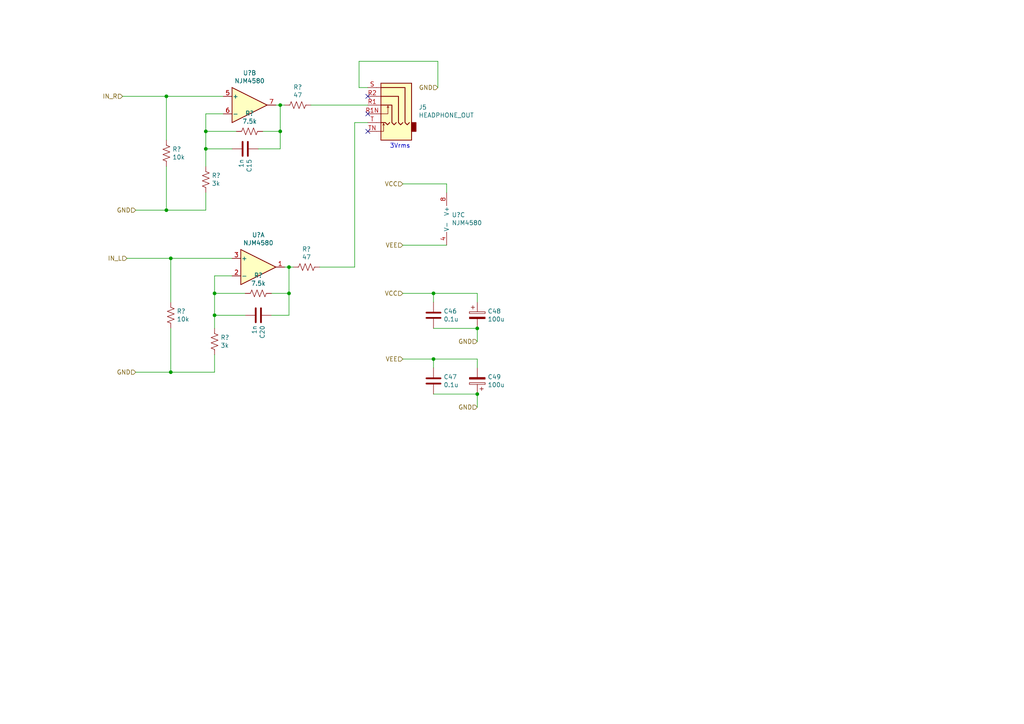
<source format=kicad_sch>
(kicad_sch (version 20230121) (generator eeschema)

  (uuid 47ef7784-32c5-4c44-8ece-d927c0d9852c)

  (paper "A4")

  (lib_symbols
    (symbol "Amplifier_Operational:NJM4580" (pin_names (offset 0.127)) (in_bom yes) (on_board yes)
      (property "Reference" "U" (at 0 5.08 0)
        (effects (font (size 1.27 1.27)) (justify left))
      )
      (property "Value" "NJM4580" (at 0 -5.08 0)
        (effects (font (size 1.27 1.27)) (justify left))
      )
      (property "Footprint" "" (at 0 0 0)
        (effects (font (size 1.27 1.27)) hide)
      )
      (property "Datasheet" "http://www.njr.com/semicon/PDF/NJM4580_E.pdf" (at 0 0 0)
        (effects (font (size 1.27 1.27)) hide)
      )
      (property "ki_locked" "" (at 0 0 0)
        (effects (font (size 1.27 1.27)))
      )
      (property "ki_keywords" "dual opamp" (at 0 0 0)
        (effects (font (size 1.27 1.27)) hide)
      )
      (property "ki_description" "Dual Operational Amplifier, DIP-8/DMP-8/SIP-8/MSOP-8/SOP-8/SSOP-8" (at 0 0 0)
        (effects (font (size 1.27 1.27)) hide)
      )
      (property "ki_fp_filters" "SOIC*3.9x4.9mm*P1.27mm* DIP*W7.62mm* TO*99* OnSemi*Micro8* TSSOP*3x3mm*P0.65mm* TSSOP*4.4x3mm*P0.65mm* MSOP*3x3mm*P0.65mm* SSOP*3.9x4.9mm*P0.635mm* LFCSP*2x2mm*P0.5mm* *SIP* SOIC*5.3x6.2mm*P1.27mm*" (at 0 0 0)
        (effects (font (size 1.27 1.27)) hide)
      )
      (symbol "NJM4580_1_1"
        (polyline
          (pts
            (xy -5.08 5.08)
            (xy 5.08 0)
            (xy -5.08 -5.08)
            (xy -5.08 5.08)
          )
          (stroke (width 0.254) (type default))
          (fill (type background))
        )
        (pin output line (at 7.62 0 180) (length 2.54)
          (name "~" (effects (font (size 1.27 1.27))))
          (number "1" (effects (font (size 1.27 1.27))))
        )
        (pin input line (at -7.62 -2.54 0) (length 2.54)
          (name "-" (effects (font (size 1.27 1.27))))
          (number "2" (effects (font (size 1.27 1.27))))
        )
        (pin input line (at -7.62 2.54 0) (length 2.54)
          (name "+" (effects (font (size 1.27 1.27))))
          (number "3" (effects (font (size 1.27 1.27))))
        )
      )
      (symbol "NJM4580_2_1"
        (polyline
          (pts
            (xy -5.08 5.08)
            (xy 5.08 0)
            (xy -5.08 -5.08)
            (xy -5.08 5.08)
          )
          (stroke (width 0.254) (type default))
          (fill (type background))
        )
        (pin input line (at -7.62 2.54 0) (length 2.54)
          (name "+" (effects (font (size 1.27 1.27))))
          (number "5" (effects (font (size 1.27 1.27))))
        )
        (pin input line (at -7.62 -2.54 0) (length 2.54)
          (name "-" (effects (font (size 1.27 1.27))))
          (number "6" (effects (font (size 1.27 1.27))))
        )
        (pin output line (at 7.62 0 180) (length 2.54)
          (name "~" (effects (font (size 1.27 1.27))))
          (number "7" (effects (font (size 1.27 1.27))))
        )
      )
      (symbol "NJM4580_3_1"
        (pin power_in line (at -2.54 -7.62 90) (length 3.81)
          (name "V-" (effects (font (size 1.27 1.27))))
          (number "4" (effects (font (size 1.27 1.27))))
        )
        (pin power_in line (at -2.54 7.62 270) (length 3.81)
          (name "V+" (effects (font (size 1.27 1.27))))
          (number "8" (effects (font (size 1.27 1.27))))
        )
      )
    )
    (symbol "Device:C" (pin_numbers hide) (pin_names (offset 0.254)) (in_bom yes) (on_board yes)
      (property "Reference" "C" (at 0.635 2.54 0)
        (effects (font (size 1.27 1.27)) (justify left))
      )
      (property "Value" "C" (at 0.635 -2.54 0)
        (effects (font (size 1.27 1.27)) (justify left))
      )
      (property "Footprint" "" (at 0.9652 -3.81 0)
        (effects (font (size 1.27 1.27)) hide)
      )
      (property "Datasheet" "~" (at 0 0 0)
        (effects (font (size 1.27 1.27)) hide)
      )
      (property "ki_keywords" "cap capacitor" (at 0 0 0)
        (effects (font (size 1.27 1.27)) hide)
      )
      (property "ki_description" "Unpolarized capacitor" (at 0 0 0)
        (effects (font (size 1.27 1.27)) hide)
      )
      (property "ki_fp_filters" "C_*" (at 0 0 0)
        (effects (font (size 1.27 1.27)) hide)
      )
      (symbol "C_0_1"
        (polyline
          (pts
            (xy -2.032 -0.762)
            (xy 2.032 -0.762)
          )
          (stroke (width 0.508) (type default))
          (fill (type none))
        )
        (polyline
          (pts
            (xy -2.032 0.762)
            (xy 2.032 0.762)
          )
          (stroke (width 0.508) (type default))
          (fill (type none))
        )
      )
      (symbol "C_1_1"
        (pin passive line (at 0 3.81 270) (length 2.794)
          (name "~" (effects (font (size 1.27 1.27))))
          (number "1" (effects (font (size 1.27 1.27))))
        )
        (pin passive line (at 0 -3.81 90) (length 2.794)
          (name "~" (effects (font (size 1.27 1.27))))
          (number "2" (effects (font (size 1.27 1.27))))
        )
      )
    )
    (symbol "Device:R_US" (pin_numbers hide) (pin_names (offset 0)) (in_bom yes) (on_board yes)
      (property "Reference" "R" (at 2.54 0 90)
        (effects (font (size 1.27 1.27)))
      )
      (property "Value" "R_US" (at -2.54 0 90)
        (effects (font (size 1.27 1.27)))
      )
      (property "Footprint" "" (at 1.016 -0.254 90)
        (effects (font (size 1.27 1.27)) hide)
      )
      (property "Datasheet" "~" (at 0 0 0)
        (effects (font (size 1.27 1.27)) hide)
      )
      (property "ki_keywords" "R res resistor" (at 0 0 0)
        (effects (font (size 1.27 1.27)) hide)
      )
      (property "ki_description" "Resistor, US symbol" (at 0 0 0)
        (effects (font (size 1.27 1.27)) hide)
      )
      (property "ki_fp_filters" "R_*" (at 0 0 0)
        (effects (font (size 1.27 1.27)) hide)
      )
      (symbol "R_US_0_1"
        (polyline
          (pts
            (xy 0 -2.286)
            (xy 0 -2.54)
          )
          (stroke (width 0) (type default))
          (fill (type none))
        )
        (polyline
          (pts
            (xy 0 2.286)
            (xy 0 2.54)
          )
          (stroke (width 0) (type default))
          (fill (type none))
        )
        (polyline
          (pts
            (xy 0 -0.762)
            (xy 1.016 -1.143)
            (xy 0 -1.524)
            (xy -1.016 -1.905)
            (xy 0 -2.286)
          )
          (stroke (width 0) (type default))
          (fill (type none))
        )
        (polyline
          (pts
            (xy 0 0.762)
            (xy 1.016 0.381)
            (xy 0 0)
            (xy -1.016 -0.381)
            (xy 0 -0.762)
          )
          (stroke (width 0) (type default))
          (fill (type none))
        )
        (polyline
          (pts
            (xy 0 2.286)
            (xy 1.016 1.905)
            (xy 0 1.524)
            (xy -1.016 1.143)
            (xy 0 0.762)
          )
          (stroke (width 0) (type default))
          (fill (type none))
        )
      )
      (symbol "R_US_1_1"
        (pin passive line (at 0 3.81 270) (length 1.27)
          (name "~" (effects (font (size 1.27 1.27))))
          (number "1" (effects (font (size 1.27 1.27))))
        )
        (pin passive line (at 0 -3.81 90) (length 1.27)
          (name "~" (effects (font (size 1.27 1.27))))
          (number "2" (effects (font (size 1.27 1.27))))
        )
      )
    )
    (symbol "usbdac-rescue:AudioJack4_SwitchTR1-Connector" (in_bom yes) (on_board yes)
      (property "Reference" "J" (at 0 11.43 0)
        (effects (font (size 1.27 1.27)))
      )
      (property "Value" "Connector_AudioJack4_SwitchTR1" (at 0 8.89 0)
        (effects (font (size 1.27 1.27)))
      )
      (property "Footprint" "" (at -1.27 0 0)
        (effects (font (size 1.27 1.27)) hide)
      )
      (property "Datasheet" "" (at -1.27 0 0)
        (effects (font (size 1.27 1.27)) hide)
      )
      (property "ki_fp_filters" "Jack*" (at 0 0 0)
        (effects (font (size 1.27 1.27)) hide)
      )
      (symbol "AudioJack4_SwitchTR1-Connector_0_1"
        (rectangle (start -7.62 -5.08) (end -8.89 -7.62)
          (stroke (width 0.254) (type solid))
          (fill (type outline))
        )
        (polyline
          (pts
            (xy 1.27 -5.08)
            (xy 2.54 -5.08)
          )
          (stroke (width 0) (type solid))
          (fill (type none))
        )
        (polyline
          (pts
            (xy 1.27 2.54)
            (xy 2.54 2.54)
          )
          (stroke (width 0) (type solid))
          (fill (type none))
        )
        (polyline
          (pts
            (xy 2.54 0)
            (xy 1.27 0)
          )
          (stroke (width 0) (type solid))
          (fill (type none))
        )
        (polyline
          (pts
            (xy 2.54 5.08)
            (xy 1.27 5.08)
          )
          (stroke (width 0) (type solid))
          (fill (type none))
        )
        (rectangle (start 1.27 6.35) (end -7.62 -10.16)
          (stroke (width 0.254) (type solid))
          (fill (type background))
        )
      )
      (symbol "AudioJack4_SwitchTR1-Connector_1_1"
        (polyline
          (pts
            (xy -0.762 -0.254)
            (xy -0.508 -0.762)
          )
          (stroke (width 0) (type solid))
          (fill (type none))
        )
        (polyline
          (pts
            (xy 0.508 -5.334)
            (xy 0.762 -5.842)
          )
          (stroke (width 0) (type solid))
          (fill (type none))
        )
        (polyline
          (pts
            (xy -1.27 -5.08)
            (xy -0.635 -5.715)
            (xy 0 -5.08)
            (xy 1.27 -5.08)
          )
          (stroke (width 0.254) (type solid))
          (fill (type none))
        )
        (polyline
          (pts
            (xy 2.54 -7.62)
            (xy 0.508 -7.62)
            (xy 0.508 -5.334)
            (xy 0.254 -5.842)
          )
          (stroke (width 0) (type solid))
          (fill (type none))
        )
        (polyline
          (pts
            (xy 2.54 -2.54)
            (xy -0.762 -2.54)
            (xy -0.762 -0.254)
            (xy -1.016 -0.762)
          )
          (stroke (width 0) (type solid))
          (fill (type none))
        )
        (polyline
          (pts
            (xy -3.175 -5.08)
            (xy -2.54 -5.715)
            (xy -1.905 -5.08)
            (xy -1.905 0)
            (xy 1.27 0)
          )
          (stroke (width 0.254) (type solid))
          (fill (type none))
        )
        (polyline
          (pts
            (xy 1.27 2.54)
            (xy -3.81 2.54)
            (xy -3.81 -5.08)
            (xy -4.445 -5.715)
            (xy -5.08 -5.08)
          )
          (stroke (width 0.254) (type solid))
          (fill (type none))
        )
        (polyline
          (pts
            (xy 1.27 5.08)
            (xy -5.715 5.08)
            (xy -5.715 -5.08)
            (xy -6.35 -5.715)
            (xy -6.985 -5.08)
          )
          (stroke (width 0.254) (type solid))
          (fill (type none))
        )
        (pin passive line (at 5.08 0 180) (length 2.54)
          (name "~" (effects (font (size 1.27 1.27))))
          (number "R1" (effects (font (size 1.27 1.27))))
        )
        (pin passive line (at 5.08 -2.54 180) (length 2.54)
          (name "~" (effects (font (size 1.27 1.27))))
          (number "R1N" (effects (font (size 1.27 1.27))))
        )
        (pin passive line (at 5.08 2.54 180) (length 2.54)
          (name "~" (effects (font (size 1.27 1.27))))
          (number "R2" (effects (font (size 1.27 1.27))))
        )
        (pin passive line (at 5.08 5.08 180) (length 2.54)
          (name "~" (effects (font (size 1.27 1.27))))
          (number "S" (effects (font (size 1.27 1.27))))
        )
        (pin passive line (at 5.08 -5.08 180) (length 2.54)
          (name "~" (effects (font (size 1.27 1.27))))
          (number "T" (effects (font (size 1.27 1.27))))
        )
        (pin passive line (at 5.08 -7.62 180) (length 2.54)
          (name "~" (effects (font (size 1.27 1.27))))
          (number "TN" (effects (font (size 1.27 1.27))))
        )
      )
    )
    (symbol "usbdac-rescue:CP-Device" (pin_numbers hide) (pin_names (offset 0.254)) (in_bom yes) (on_board yes)
      (property "Reference" "C" (at 0.635 2.54 0)
        (effects (font (size 1.27 1.27)) (justify left))
      )
      (property "Value" "Device_CP" (at 0.635 -2.54 0)
        (effects (font (size 1.27 1.27)) (justify left))
      )
      (property "Footprint" "" (at 0.9652 -3.81 0)
        (effects (font (size 1.27 1.27)) hide)
      )
      (property "Datasheet" "" (at 0 0 0)
        (effects (font (size 1.27 1.27)) hide)
      )
      (property "ki_fp_filters" "CP_*" (at 0 0 0)
        (effects (font (size 1.27 1.27)) hide)
      )
      (symbol "CP-Device_0_1"
        (rectangle (start -2.286 0.508) (end 2.286 1.016)
          (stroke (width 0) (type solid))
          (fill (type none))
        )
        (polyline
          (pts
            (xy -1.778 2.286)
            (xy -0.762 2.286)
          )
          (stroke (width 0) (type solid))
          (fill (type none))
        )
        (polyline
          (pts
            (xy -1.27 2.794)
            (xy -1.27 1.778)
          )
          (stroke (width 0) (type solid))
          (fill (type none))
        )
        (rectangle (start 2.286 -0.508) (end -2.286 -1.016)
          (stroke (width 0) (type solid))
          (fill (type outline))
        )
      )
      (symbol "CP-Device_1_1"
        (pin passive line (at 0 3.81 270) (length 2.794)
          (name "~" (effects (font (size 1.27 1.27))))
          (number "1" (effects (font (size 1.27 1.27))))
        )
        (pin passive line (at 0 -3.81 90) (length 2.794)
          (name "~" (effects (font (size 1.27 1.27))))
          (number "2" (effects (font (size 1.27 1.27))))
        )
      )
    )
  )

  (junction (at 83.82 85.09) (diameter 0) (color 0 0 0 0)
    (uuid 09b723db-9f82-4d79-9c78-8092d2ae0fbe)
  )
  (junction (at 138.43 95.25) (diameter 0) (color 0 0 0 0)
    (uuid 2dfc60ed-6d57-4c5d-a760-30c26175ca9f)
  )
  (junction (at 81.28 30.48) (diameter 0) (color 0 0 0 0)
    (uuid 33f879ff-7e39-49f7-9956-a33a3c5fce0c)
  )
  (junction (at 62.23 91.44) (diameter 0) (color 0 0 0 0)
    (uuid 4ccb9ced-7b17-40d0-b4b1-fd7b7784d644)
  )
  (junction (at 49.53 107.95) (diameter 0) (color 0 0 0 0)
    (uuid 5212e4dd-3f11-4bb9-b911-2b6fcbc7b15b)
  )
  (junction (at 59.69 43.18) (diameter 0) (color 0 0 0 0)
    (uuid 7674385c-fe4b-4acf-bee8-a5c740bf97b2)
  )
  (junction (at 83.82 77.47) (diameter 0) (color 0 0 0 0)
    (uuid 82fb6cea-41ac-400f-929c-62a9a7573296)
  )
  (junction (at 48.26 27.94) (diameter 0) (color 0 0 0 0)
    (uuid 93ff255a-bf6a-4c80-b226-5981b87fbfe6)
  )
  (junction (at 125.73 104.14) (diameter 0) (color 0 0 0 0)
    (uuid b375aeef-f2e6-4634-b4c2-2b902de27455)
  )
  (junction (at 81.28 38.1) (diameter 0) (color 0 0 0 0)
    (uuid b3bd70f1-6507-4f99-bb72-cdfcb40c7bfb)
  )
  (junction (at 48.26 60.96) (diameter 0) (color 0 0 0 0)
    (uuid baf204d3-f85f-44a5-9c36-df44e1aef50d)
  )
  (junction (at 62.23 85.09) (diameter 0) (color 0 0 0 0)
    (uuid c1768362-77a6-45d3-92da-e72bdd5660b5)
  )
  (junction (at 125.73 85.09) (diameter 0) (color 0 0 0 0)
    (uuid e661e4b9-eb00-47dc-8658-d8039efcf739)
  )
  (junction (at 59.69 38.1) (diameter 0) (color 0 0 0 0)
    (uuid eba0863a-956f-4bb9-9a80-dc5d9748f988)
  )
  (junction (at 138.43 114.3) (diameter 0) (color 0 0 0 0)
    (uuid ef98fa16-1e87-4eed-a333-325e6d9ec06e)
  )
  (junction (at 49.53 74.93) (diameter 0) (color 0 0 0 0)
    (uuid fd4bf553-27e8-45de-ae78-bc33473c3fbb)
  )

  (no_connect (at 106.68 27.94) (uuid 3c1624b7-437c-47d2-a43e-c9f7fd093daf))
  (no_connect (at 106.68 33.02) (uuid 997f7670-3073-4643-a8eb-76cb26b8ad10))
  (no_connect (at 106.68 38.1) (uuid d2f27e3b-bd03-43c1-960e-6302a41a5d38))

  (wire (pts (xy 48.26 48.26) (xy 48.26 60.96))
    (stroke (width 0) (type default))
    (uuid 01176ba4-0a7e-4f75-9fa1-616469daa238)
  )
  (wire (pts (xy 82.55 77.47) (xy 83.82 77.47))
    (stroke (width 0) (type default))
    (uuid 03f8a618-0f0d-4fb9-bcf2-4838e6614fd2)
  )
  (wire (pts (xy 125.73 114.3) (xy 138.43 114.3))
    (stroke (width 0) (type default))
    (uuid 069a6e51-78b2-4f33-87ac-4006e67c03c3)
  )
  (wire (pts (xy 81.28 30.48) (xy 81.28 38.1))
    (stroke (width 0) (type default))
    (uuid 0d9a58bb-ba7e-4abf-aba6-19192d3cac99)
  )
  (wire (pts (xy 48.26 60.96) (xy 59.69 60.96))
    (stroke (width 0) (type default))
    (uuid 0e29ca4e-1ff4-4f5c-86a3-f7ed0d7f4feb)
  )
  (wire (pts (xy 74.93 43.18) (xy 81.28 43.18))
    (stroke (width 0) (type default))
    (uuid 122631ff-bac5-41c6-9c7a-79a0bd06ac90)
  )
  (wire (pts (xy 125.73 104.14) (xy 138.43 104.14))
    (stroke (width 0) (type default))
    (uuid 15e439fd-9d95-4ad5-942b-13999e95765b)
  )
  (wire (pts (xy 138.43 104.14) (xy 138.43 106.68))
    (stroke (width 0) (type default))
    (uuid 1913f02f-fba4-4ad3-a9d8-004d2c197f41)
  )
  (wire (pts (xy 125.73 85.09) (xy 125.73 87.63))
    (stroke (width 0) (type default))
    (uuid 1be713a6-e4e1-4249-83f6-453a5091ae50)
  )
  (wire (pts (xy 106.68 25.4) (xy 104.14 25.4))
    (stroke (width 0) (type default))
    (uuid 225b3a1c-1721-455e-a102-09c0301fe05e)
  )
  (wire (pts (xy 59.69 38.1) (xy 59.69 43.18))
    (stroke (width 0) (type default))
    (uuid 22f2447e-7672-43fa-b26e-2bb1d05a207b)
  )
  (wire (pts (xy 49.53 87.63) (xy 49.53 74.93))
    (stroke (width 0) (type default))
    (uuid 2b59f490-3107-4723-9773-36b6206de45f)
  )
  (wire (pts (xy 104.14 17.78) (xy 127 17.78))
    (stroke (width 0) (type default))
    (uuid 300b2e03-2280-4e1a-80ad-e09101d8c23e)
  )
  (wire (pts (xy 116.84 71.12) (xy 129.54 71.12))
    (stroke (width 0) (type default))
    (uuid 3074e8d8-57ff-4e24-9c39-23e2179502d0)
  )
  (wire (pts (xy 48.26 27.94) (xy 64.77 27.94))
    (stroke (width 0) (type default))
    (uuid 3847ba63-6281-4b95-a68c-033e7887a9a2)
  )
  (wire (pts (xy 116.84 53.34) (xy 129.54 53.34))
    (stroke (width 0) (type default))
    (uuid 3b177428-05c9-4fa8-b679-bef0b635457a)
  )
  (wire (pts (xy 81.28 30.48) (xy 82.55 30.48))
    (stroke (width 0) (type default))
    (uuid 3b3eae92-503b-4390-abb3-e48be4ea06e6)
  )
  (wire (pts (xy 49.53 95.25) (xy 49.53 107.95))
    (stroke (width 0) (type default))
    (uuid 3f408c2e-90cd-486f-b7a4-74f87c0577cd)
  )
  (wire (pts (xy 36.83 74.93) (xy 49.53 74.93))
    (stroke (width 0) (type default))
    (uuid 3fae7f27-8ddc-47bf-97f1-de9cbe234187)
  )
  (wire (pts (xy 71.12 91.44) (xy 62.23 91.44))
    (stroke (width 0) (type default))
    (uuid 404de04f-1ba0-4a4f-aec5-7249d3674c2d)
  )
  (wire (pts (xy 125.73 95.25) (xy 138.43 95.25))
    (stroke (width 0) (type default))
    (uuid 42544d78-8b50-4553-8aba-2ef49150ccc1)
  )
  (wire (pts (xy 49.53 74.93) (xy 67.31 74.93))
    (stroke (width 0) (type default))
    (uuid 46be8619-79c0-4d25-937a-cd461d010bd6)
  )
  (wire (pts (xy 62.23 102.87) (xy 62.23 107.95))
    (stroke (width 0) (type default))
    (uuid 504d355c-4788-424c-b9ee-7414fbbc3270)
  )
  (wire (pts (xy 138.43 95.25) (xy 138.43 99.06))
    (stroke (width 0) (type default))
    (uuid 5887425c-c3c2-487a-a527-69211bc23491)
  )
  (wire (pts (xy 39.37 107.95) (xy 49.53 107.95))
    (stroke (width 0) (type default))
    (uuid 5ce04bb1-d3ac-45ea-b32f-ac9f9e9aec70)
  )
  (wire (pts (xy 138.43 114.3) (xy 138.43 118.11))
    (stroke (width 0) (type default))
    (uuid 6265314a-0599-40fb-81a2-6a593e876170)
  )
  (wire (pts (xy 102.87 35.56) (xy 102.87 77.47))
    (stroke (width 0) (type default))
    (uuid 6a35fd16-7f6b-4fb5-a8d3-44a254649f0b)
  )
  (wire (pts (xy 39.37 60.96) (xy 48.26 60.96))
    (stroke (width 0) (type default))
    (uuid 73663f06-2622-4980-abf9-e81e02704585)
  )
  (wire (pts (xy 83.82 85.09) (xy 78.74 85.09))
    (stroke (width 0) (type default))
    (uuid 73ef959f-5ab0-48da-9686-c2ec0cb257ab)
  )
  (wire (pts (xy 125.73 104.14) (xy 125.73 106.68))
    (stroke (width 0) (type default))
    (uuid 7587ccc3-c524-43a6-95d3-f72ed8e0330f)
  )
  (wire (pts (xy 83.82 77.47) (xy 85.09 77.47))
    (stroke (width 0) (type default))
    (uuid 781025e6-c86b-4607-85bf-3aa38909efed)
  )
  (wire (pts (xy 71.12 85.09) (xy 62.23 85.09))
    (stroke (width 0) (type default))
    (uuid 787c51b7-67f1-4f68-83bd-9d3fa7290786)
  )
  (wire (pts (xy 81.28 38.1) (xy 76.2 38.1))
    (stroke (width 0) (type default))
    (uuid 81752961-d8b2-4231-b077-6a181b20d494)
  )
  (wire (pts (xy 129.54 53.34) (xy 129.54 55.88))
    (stroke (width 0) (type default))
    (uuid 86984d03-2a0d-4ac3-bd93-864941c02e12)
  )
  (wire (pts (xy 62.23 91.44) (xy 62.23 95.25))
    (stroke (width 0) (type default))
    (uuid 8ce2e809-14a2-4a06-8c55-3000ba5fb314)
  )
  (wire (pts (xy 83.82 91.44) (xy 83.82 85.09))
    (stroke (width 0) (type default))
    (uuid 9285421f-315c-49f0-b744-4b3d7d93a961)
  )
  (wire (pts (xy 83.82 77.47) (xy 83.82 85.09))
    (stroke (width 0) (type default))
    (uuid 99338949-526b-4924-ad2d-068fd8e3333c)
  )
  (wire (pts (xy 116.84 104.14) (xy 125.73 104.14))
    (stroke (width 0) (type default))
    (uuid 9f1c3b4a-5ab0-47f1-aae3-2156fa2bb7d0)
  )
  (wire (pts (xy 104.14 25.4) (xy 104.14 17.78))
    (stroke (width 0) (type default))
    (uuid a1f37235-c66e-4c20-b52b-ecc95d4c2557)
  )
  (wire (pts (xy 106.68 35.56) (xy 102.87 35.56))
    (stroke (width 0) (type default))
    (uuid a88079b2-1129-4728-86eb-64bdbc81ca2e)
  )
  (wire (pts (xy 125.73 85.09) (xy 138.43 85.09))
    (stroke (width 0) (type default))
    (uuid aa155ba9-a09f-433d-adb4-cfbf9d6f2949)
  )
  (wire (pts (xy 48.26 40.64) (xy 48.26 27.94))
    (stroke (width 0) (type default))
    (uuid ab471bf2-7446-41c4-8f3f-1075fe4f0a70)
  )
  (wire (pts (xy 59.69 33.02) (xy 59.69 38.1))
    (stroke (width 0) (type default))
    (uuid b4ebcecd-cdb0-4c42-99ef-badd6c73d361)
  )
  (wire (pts (xy 62.23 80.01) (xy 67.31 80.01))
    (stroke (width 0) (type default))
    (uuid b8003790-d2f6-47c7-af94-50fec1a1f98d)
  )
  (wire (pts (xy 49.53 107.95) (xy 62.23 107.95))
    (stroke (width 0) (type default))
    (uuid c641dc5b-1427-4932-93de-f73e144c894f)
  )
  (wire (pts (xy 35.56 27.94) (xy 48.26 27.94))
    (stroke (width 0) (type default))
    (uuid c73007f7-9494-4fb4-8d05-c4e85395ef6b)
  )
  (wire (pts (xy 68.58 38.1) (xy 59.69 38.1))
    (stroke (width 0) (type default))
    (uuid c86c7dba-a431-483c-885f-d60bea131eb8)
  )
  (wire (pts (xy 127 17.78) (xy 127 25.4))
    (stroke (width 0) (type default))
    (uuid cc517dab-36d8-496a-a93f-3341d755f483)
  )
  (wire (pts (xy 78.74 91.44) (xy 83.82 91.44))
    (stroke (width 0) (type default))
    (uuid ccbc21ed-ca3c-4665-9b33-63396a8208de)
  )
  (wire (pts (xy 67.31 43.18) (xy 59.69 43.18))
    (stroke (width 0) (type default))
    (uuid cd5c1936-dc89-47f5-bf22-8b313f7868fe)
  )
  (wire (pts (xy 59.69 33.02) (xy 64.77 33.02))
    (stroke (width 0) (type default))
    (uuid cef09827-b26b-4359-a325-63dd536be97b)
  )
  (wire (pts (xy 92.71 77.47) (xy 102.87 77.47))
    (stroke (width 0) (type default))
    (uuid d14aa131-e248-4db0-b7af-2759b1fedd16)
  )
  (wire (pts (xy 81.28 43.18) (xy 81.28 38.1))
    (stroke (width 0) (type default))
    (uuid d2b84c95-3777-4849-819c-a114d1d29e20)
  )
  (wire (pts (xy 90.17 30.48) (xy 106.68 30.48))
    (stroke (width 0) (type default))
    (uuid d98e3306-7056-4874-8241-d19eb4f86a4d)
  )
  (wire (pts (xy 59.69 43.18) (xy 59.69 48.26))
    (stroke (width 0) (type default))
    (uuid dcf7d413-4d4a-4126-97fa-0260b150655a)
  )
  (wire (pts (xy 116.84 85.09) (xy 125.73 85.09))
    (stroke (width 0) (type default))
    (uuid de914dbf-949b-4cb3-b921-fdd272c63a5b)
  )
  (wire (pts (xy 138.43 85.09) (xy 138.43 87.63))
    (stroke (width 0) (type default))
    (uuid df9c9d08-9af3-45cb-8407-f1a235a0e02e)
  )
  (wire (pts (xy 62.23 85.09) (xy 62.23 91.44))
    (stroke (width 0) (type default))
    (uuid e662deea-7cfe-400e-a923-e8e38b3f5201)
  )
  (wire (pts (xy 59.69 55.88) (xy 59.69 60.96))
    (stroke (width 0) (type default))
    (uuid eba17a2d-3400-4486-9633-28c285ae5a12)
  )
  (wire (pts (xy 80.01 30.48) (xy 81.28 30.48))
    (stroke (width 0) (type default))
    (uuid f4233a4e-9969-450e-b57e-4717da40938e)
  )
  (wire (pts (xy 62.23 80.01) (xy 62.23 85.09))
    (stroke (width 0) (type default))
    (uuid fd8d54bc-de83-4ceb-bc86-9889fbca19e1)
  )

  (text "3Vrms" (at 113.03 43.18 0)
    (effects (font (size 1.27 1.27)) (justify left bottom))
    (uuid cae034b8-bab2-40fd-9395-0db34f9629b1)
  )

  (hierarchical_label "VEE" (shape input) (at 116.84 71.12 180) (fields_autoplaced)
    (effects (font (size 1.27 1.27)) (justify right))
    (uuid 0037abe1-d066-4ce1-9a63-be546992ce78)
  )
  (hierarchical_label "GND" (shape input) (at 138.43 99.06 180) (fields_autoplaced)
    (effects (font (size 1.27 1.27)) (justify right))
    (uuid 124ccbb2-9fec-4400-8e15-4185da1070c8)
  )
  (hierarchical_label "VCC" (shape input) (at 116.84 85.09 180) (fields_autoplaced)
    (effects (font (size 1.27 1.27)) (justify right))
    (uuid 1c705060-593b-479e-a324-c887541abdba)
  )
  (hierarchical_label "GND" (shape input) (at 39.37 107.95 180) (fields_autoplaced)
    (effects (font (size 1.27 1.27)) (justify right))
    (uuid 53b48a57-0161-42ab-8e4b-9c8eb1887bb0)
  )
  (hierarchical_label "VEE" (shape input) (at 116.84 104.14 180) (fields_autoplaced)
    (effects (font (size 1.27 1.27)) (justify right))
    (uuid 5f39b0ad-029f-480d-842c-a89b15beb5b2)
  )
  (hierarchical_label "GND" (shape input) (at 127 25.4 180) (fields_autoplaced)
    (effects (font (size 1.27 1.27)) (justify right))
    (uuid 637f6537-1cfe-408a-9925-edc9b188e487)
  )
  (hierarchical_label "IN_L" (shape input) (at 36.83 74.93 180) (fields_autoplaced)
    (effects (font (size 1.27 1.27)) (justify right))
    (uuid 647d9ca4-dd43-4ea0-8e17-42825bcc1a94)
  )
  (hierarchical_label "VCC" (shape input) (at 116.84 53.34 180) (fields_autoplaced)
    (effects (font (size 1.27 1.27)) (justify right))
    (uuid 80c78c60-303d-405f-bcfc-5d088071748d)
  )
  (hierarchical_label "GND" (shape input) (at 138.43 118.11 180) (fields_autoplaced)
    (effects (font (size 1.27 1.27)) (justify right))
    (uuid 9f8a4f93-64e1-4a02-8e17-19acf691b32f)
  )
  (hierarchical_label "IN_R" (shape input) (at 35.56 27.94 180) (fields_autoplaced)
    (effects (font (size 1.27 1.27)) (justify right))
    (uuid fbb4a2b7-985c-4542-bea2-4fc6762db12d)
  )
  (hierarchical_label "GND" (shape input) (at 39.37 60.96 180) (fields_autoplaced)
    (effects (font (size 1.27 1.27)) (justify right))
    (uuid fbd6f70c-a15d-4872-8557-4f1847118992)
  )

  (symbol (lib_id "Device:C") (at 71.12 43.18 270) (unit 1)
    (in_bom yes) (on_board yes) (dnp no)
    (uuid 00000000-0000-0000-0000-000064216171)
    (property "Reference" "C15" (at 72.2884 46.101 0)
      (effects (font (size 1.27 1.27)) (justify left))
    )
    (property "Value" "1n" (at 69.977 46.101 0)
      (effects (font (size 1.27 1.27)) (justify left))
    )
    (property "Footprint" "Capacitor_SMD:C_0603_1608Metric" (at 67.31 44.1452 0)
      (effects (font (size 1.27 1.27)) hide)
    )
    (property "Datasheet" "~" (at 71.12 43.18 0)
      (effects (font (size 1.27 1.27)) hide)
    )
    (pin "1" (uuid 39f1c591-256a-438c-aa83-62385ee2cb68))
    (pin "2" (uuid 47bf678f-5a66-4136-b097-06b50de1e4ed))
    (instances
      (project "usbdac"
        (path "/d1c9d0ec-7d09-4a8b-b15d-504a9295cae6/00000000-0000-0000-0000-000064f0d758"
          (reference "C15") (unit 1)
        )
      )
    )
  )

  (symbol (lib_id "Device:C") (at 74.93 91.44 270) (unit 1)
    (in_bom yes) (on_board yes) (dnp no)
    (uuid 00000000-0000-0000-0000-000064219d9f)
    (property "Reference" "C20" (at 76.0984 94.361 0)
      (effects (font (size 1.27 1.27)) (justify left))
    )
    (property "Value" "1n" (at 73.787 94.361 0)
      (effects (font (size 1.27 1.27)) (justify left))
    )
    (property "Footprint" "Capacitor_SMD:C_0603_1608Metric" (at 71.12 92.4052 0)
      (effects (font (size 1.27 1.27)) hide)
    )
    (property "Datasheet" "~" (at 74.93 91.44 0)
      (effects (font (size 1.27 1.27)) hide)
    )
    (pin "1" (uuid 126e0bd7-bfe5-4302-a8a5-7695dd34f191))
    (pin "2" (uuid 4195ea84-3dc7-4c1b-b207-4487c49834e8))
    (instances
      (project "usbdac"
        (path "/d1c9d0ec-7d09-4a8b-b15d-504a9295cae6/00000000-0000-0000-0000-000064f0d758"
          (reference "C20") (unit 1)
        )
      )
    )
  )

  (symbol (lib_id "Device:R_US") (at 48.26 44.45 0) (unit 1)
    (in_bom yes) (on_board yes) (dnp no)
    (uuid 00000000-0000-0000-0000-00006422094b)
    (property "Reference" "R?" (at 49.9872 43.2816 0)
      (effects (font (size 1.27 1.27)) (justify left))
    )
    (property "Value" "10k" (at 49.9872 45.593 0)
      (effects (font (size 1.27 1.27)) (justify left))
    )
    (property "Footprint" "Resistor_SMD:R_0603_1608Metric" (at 49.276 44.704 90)
      (effects (font (size 1.27 1.27)) hide)
    )
    (property "Datasheet" "~" (at 48.26 44.45 0)
      (effects (font (size 1.27 1.27)) hide)
    )
    (pin "1" (uuid a2d44935-2dca-484c-be94-3ff3aaf54439))
    (pin "2" (uuid c487a839-10a8-464a-8911-45c05e14b80f))
    (instances
      (project "usbdac"
        (path "/d1c9d0ec-7d09-4a8b-b15d-504a9295cae6"
          (reference "R?") (unit 1)
        )
        (path "/d1c9d0ec-7d09-4a8b-b15d-504a9295cae6/00000000-0000-0000-0000-000064f0d758"
          (reference "R3") (unit 1)
        )
      )
    )
  )

  (symbol (lib_id "Device:R_US") (at 49.53 91.44 0) (unit 1)
    (in_bom yes) (on_board yes) (dnp no)
    (uuid 00000000-0000-0000-0000-0000642255a7)
    (property "Reference" "R?" (at 51.2572 90.2716 0)
      (effects (font (size 1.27 1.27)) (justify left))
    )
    (property "Value" "10k" (at 51.2572 92.583 0)
      (effects (font (size 1.27 1.27)) (justify left))
    )
    (property "Footprint" "Resistor_SMD:R_0603_1608Metric" (at 50.546 91.694 90)
      (effects (font (size 1.27 1.27)) hide)
    )
    (property "Datasheet" "~" (at 49.53 91.44 0)
      (effects (font (size 1.27 1.27)) hide)
    )
    (pin "1" (uuid 952eeafa-573e-47b6-8afc-db8db1abd827))
    (pin "2" (uuid 9906fb9f-6126-4b02-b635-dd0622d4eb8e))
    (instances
      (project "usbdac"
        (path "/d1c9d0ec-7d09-4a8b-b15d-504a9295cae6"
          (reference "R?") (unit 1)
        )
        (path "/d1c9d0ec-7d09-4a8b-b15d-504a9295cae6/00000000-0000-0000-0000-000064f0d758"
          (reference "R4") (unit 1)
        )
      )
    )
  )

  (symbol (lib_id "Amplifier_Operational:NJM4580") (at 74.93 77.47 0) (unit 1)
    (in_bom yes) (on_board yes) (dnp no)
    (uuid 00000000-0000-0000-0000-000064f12914)
    (property "Reference" "U?" (at 74.93 68.1482 0)
      (effects (font (size 1.27 1.27)))
    )
    (property "Value" "NJM4580" (at 74.93 70.4596 0)
      (effects (font (size 1.27 1.27)))
    )
    (property "Footprint" "Package_DIP:DIP-8_W7.62mm_SMDSocket_SmallPads" (at 74.93 77.47 0)
      (effects (font (size 1.27 1.27)) hide)
    )
    (property "Datasheet" "http://www.njr.com/semicon/PDF/NJM4580_E.pdf" (at 74.93 77.47 0)
      (effects (font (size 1.27 1.27)) hide)
    )
    (pin "1" (uuid c5705b2a-7525-4bb3-8962-54b6aceff518))
    (pin "2" (uuid c8f76e5c-4d44-4568-8cf7-243b8b681d3b))
    (pin "3" (uuid 0994a674-88e8-4fe6-b997-ece596ce5937))
    (pin "5" (uuid 354eca7d-3713-49d2-b6ca-d97f04ab51ef))
    (pin "6" (uuid 0d92ee1c-9de1-4e06-bdff-cd09605d4ed3))
    (pin "7" (uuid bcc491a7-e338-4ead-8354-979d4cc77f1d))
    (pin "4" (uuid f2645b37-ed3d-48b8-bc33-94629c8ac7b1))
    (pin "8" (uuid 27435162-4855-4dec-bdd7-b31342045d84))
    (instances
      (project "usbdac"
        (path "/d1c9d0ec-7d09-4a8b-b15d-504a9295cae6"
          (reference "U?") (unit 1)
        )
        (path "/d1c9d0ec-7d09-4a8b-b15d-504a9295cae6/00000000-0000-0000-0000-000064f0d758"
          (reference "U16") (unit 1)
        )
      )
    )
  )

  (symbol (lib_id "Amplifier_Operational:NJM4580") (at 132.08 63.5 0) (unit 3)
    (in_bom yes) (on_board yes) (dnp no)
    (uuid 00000000-0000-0000-0000-000064f1291a)
    (property "Reference" "U?" (at 131.0132 62.3316 0)
      (effects (font (size 1.27 1.27)) (justify left))
    )
    (property "Value" "NJM4580" (at 131.0132 64.643 0)
      (effects (font (size 1.27 1.27)) (justify left))
    )
    (property "Footprint" "Package_DIP:DIP-8_W7.62mm_SMDSocket_SmallPads" (at 132.08 63.5 0)
      (effects (font (size 1.27 1.27)) hide)
    )
    (property "Datasheet" "http://www.njr.com/semicon/PDF/NJM4580_E.pdf" (at 132.08 63.5 0)
      (effects (font (size 1.27 1.27)) hide)
    )
    (pin "1" (uuid 8360372b-46e2-4770-b7e7-fffd47cce36f))
    (pin "2" (uuid 49410da3-02da-45a6-8013-823500037339))
    (pin "3" (uuid 746350a5-bc43-47e1-873b-8864ba29f6f1))
    (pin "5" (uuid f53e3250-6d10-44db-8b42-2ac7083820d7))
    (pin "6" (uuid 2c6c6625-50dd-4285-bc23-1b4c558337fb))
    (pin "7" (uuid 92e523c2-d0c3-4214-9a24-823fd8c8daf5))
    (pin "4" (uuid 0aaa4cd9-c1dc-4d73-9301-860e86e49a63))
    (pin "8" (uuid eeb8dc51-d7b9-4a10-a324-c01555bb1341))
    (instances
      (project "usbdac"
        (path "/d1c9d0ec-7d09-4a8b-b15d-504a9295cae6"
          (reference "U?") (unit 3)
        )
        (path "/d1c9d0ec-7d09-4a8b-b15d-504a9295cae6/00000000-0000-0000-0000-000064f0d758"
          (reference "U16") (unit 3)
        )
      )
    )
  )

  (symbol (lib_id "Amplifier_Operational:NJM4580") (at 72.39 30.48 0) (unit 2)
    (in_bom yes) (on_board yes) (dnp no)
    (uuid 00000000-0000-0000-0000-000064f12920)
    (property "Reference" "U?" (at 72.39 21.1582 0)
      (effects (font (size 1.27 1.27)))
    )
    (property "Value" "NJM4580" (at 72.39 23.4696 0)
      (effects (font (size 1.27 1.27)))
    )
    (property "Footprint" "Package_DIP:DIP-8_W7.62mm_SMDSocket_SmallPads" (at 72.39 30.48 0)
      (effects (font (size 1.27 1.27)) hide)
    )
    (property "Datasheet" "http://www.njr.com/semicon/PDF/NJM4580_E.pdf" (at 72.39 30.48 0)
      (effects (font (size 1.27 1.27)) hide)
    )
    (pin "1" (uuid b4f7130b-6e06-4fa6-855f-ea9c3dfe1373))
    (pin "2" (uuid 31797b27-fa03-4a00-b35b-a9b4b543102d))
    (pin "3" (uuid 6df0c883-4d53-4860-97d2-581362dbb6f5))
    (pin "5" (uuid 6a56d5da-e676-467a-9278-77a2160052a9))
    (pin "6" (uuid 2f1d3a75-76be-44f4-815d-ff680ba95606))
    (pin "7" (uuid 6aba3aa4-4675-432c-88a0-83f6bd298e52))
    (pin "4" (uuid 51d0d759-caa9-4162-a05d-3d4960889eaa))
    (pin "8" (uuid f5c3cdc7-bad0-4804-b03e-2ae4407b0538))
    (instances
      (project "usbdac"
        (path "/d1c9d0ec-7d09-4a8b-b15d-504a9295cae6"
          (reference "U?") (unit 2)
        )
        (path "/d1c9d0ec-7d09-4a8b-b15d-504a9295cae6/00000000-0000-0000-0000-000064f0d758"
          (reference "U16") (unit 2)
        )
      )
    )
  )

  (symbol (lib_id "Device:R_US") (at 62.23 99.06 0) (unit 1)
    (in_bom yes) (on_board yes) (dnp no)
    (uuid 00000000-0000-0000-0000-000064f1292c)
    (property "Reference" "R?" (at 63.9572 97.8916 0)
      (effects (font (size 1.27 1.27)) (justify left))
    )
    (property "Value" "3k" (at 63.9572 100.203 0)
      (effects (font (size 1.27 1.27)) (justify left))
    )
    (property "Footprint" "Resistor_SMD:R_0603_1608Metric" (at 63.246 99.314 90)
      (effects (font (size 1.27 1.27)) hide)
    )
    (property "Datasheet" "~" (at 62.23 99.06 0)
      (effects (font (size 1.27 1.27)) hide)
    )
    (pin "1" (uuid bec16ca4-33fe-429a-bf27-0320393db79a))
    (pin "2" (uuid 4bbce310-f843-488c-a830-5ff60ba8139c))
    (instances
      (project "usbdac"
        (path "/d1c9d0ec-7d09-4a8b-b15d-504a9295cae6"
          (reference "R?") (unit 1)
        )
        (path "/d1c9d0ec-7d09-4a8b-b15d-504a9295cae6/00000000-0000-0000-0000-000064f0d758"
          (reference "R45") (unit 1)
        )
      )
    )
  )

  (symbol (lib_id "Device:R_US") (at 74.93 85.09 90) (unit 1)
    (in_bom yes) (on_board yes) (dnp no)
    (uuid 00000000-0000-0000-0000-000064f12933)
    (property "Reference" "R?" (at 74.93 79.883 90)
      (effects (font (size 1.27 1.27)))
    )
    (property "Value" "7.5k" (at 74.93 82.1944 90)
      (effects (font (size 1.27 1.27)))
    )
    (property "Footprint" "Resistor_SMD:R_0603_1608Metric" (at 75.184 84.074 90)
      (effects (font (size 1.27 1.27)) hide)
    )
    (property "Datasheet" "~" (at 74.93 85.09 0)
      (effects (font (size 1.27 1.27)) hide)
    )
    (pin "1" (uuid e9f0084c-8003-4bcb-b64e-b8f715099f1b))
    (pin "2" (uuid f02ae464-a599-4574-ab05-4d2d61d8bb0c))
    (instances
      (project "usbdac"
        (path "/d1c9d0ec-7d09-4a8b-b15d-504a9295cae6"
          (reference "R?") (unit 1)
        )
        (path "/d1c9d0ec-7d09-4a8b-b15d-504a9295cae6/00000000-0000-0000-0000-000064f0d758"
          (reference "R47") (unit 1)
        )
      )
    )
  )

  (symbol (lib_id "Device:R_US") (at 88.9 77.47 90) (unit 1)
    (in_bom yes) (on_board yes) (dnp no)
    (uuid 00000000-0000-0000-0000-000064f12939)
    (property "Reference" "R?" (at 88.9 72.263 90)
      (effects (font (size 1.27 1.27)))
    )
    (property "Value" "47" (at 88.9 74.5744 90)
      (effects (font (size 1.27 1.27)))
    )
    (property "Footprint" "Resistor_SMD:R_0603_1608Metric" (at 89.154 76.454 90)
      (effects (font (size 1.27 1.27)) hide)
    )
    (property "Datasheet" "~" (at 88.9 77.47 0)
      (effects (font (size 1.27 1.27)) hide)
    )
    (pin "1" (uuid 16a1f9a9-784c-42aa-908c-93af20c1d61a))
    (pin "2" (uuid 3ddf0791-cb25-49d9-b4d7-b7ebefc5f033))
    (instances
      (project "usbdac"
        (path "/d1c9d0ec-7d09-4a8b-b15d-504a9295cae6"
          (reference "R?") (unit 1)
        )
        (path "/d1c9d0ec-7d09-4a8b-b15d-504a9295cae6/00000000-0000-0000-0000-000064f0d758"
          (reference "R49") (unit 1)
        )
      )
    )
  )

  (symbol (lib_id "Device:R_US") (at 59.69 52.07 0) (unit 1)
    (in_bom yes) (on_board yes) (dnp no)
    (uuid 00000000-0000-0000-0000-000064f12949)
    (property "Reference" "R?" (at 61.4172 50.9016 0)
      (effects (font (size 1.27 1.27)) (justify left))
    )
    (property "Value" "3k" (at 61.4172 53.213 0)
      (effects (font (size 1.27 1.27)) (justify left))
    )
    (property "Footprint" "Resistor_SMD:R_0603_1608Metric" (at 60.706 52.324 90)
      (effects (font (size 1.27 1.27)) hide)
    )
    (property "Datasheet" "~" (at 59.69 52.07 0)
      (effects (font (size 1.27 1.27)) hide)
    )
    (pin "1" (uuid 25396f1b-633f-496a-9475-62a5d72b0474))
    (pin "2" (uuid 6655641d-aa50-41d9-9328-37d005521c6c))
    (instances
      (project "usbdac"
        (path "/d1c9d0ec-7d09-4a8b-b15d-504a9295cae6"
          (reference "R?") (unit 1)
        )
        (path "/d1c9d0ec-7d09-4a8b-b15d-504a9295cae6/00000000-0000-0000-0000-000064f0d758"
          (reference "R46") (unit 1)
        )
      )
    )
  )

  (symbol (lib_id "Device:R_US") (at 72.39 38.1 90) (unit 1)
    (in_bom yes) (on_board yes) (dnp no)
    (uuid 00000000-0000-0000-0000-000064f12950)
    (property "Reference" "R?" (at 72.39 32.893 90)
      (effects (font (size 1.27 1.27)))
    )
    (property "Value" "7.5k" (at 72.39 35.2044 90)
      (effects (font (size 1.27 1.27)))
    )
    (property "Footprint" "Resistor_SMD:R_0603_1608Metric" (at 72.644 37.084 90)
      (effects (font (size 1.27 1.27)) hide)
    )
    (property "Datasheet" "~" (at 72.39 38.1 0)
      (effects (font (size 1.27 1.27)) hide)
    )
    (pin "1" (uuid 8b6f79f4-b9f7-4e88-ac7f-2c1fea7883d3))
    (pin "2" (uuid 400d4371-2ecd-4311-906f-a1a3ea9a8e66))
    (instances
      (project "usbdac"
        (path "/d1c9d0ec-7d09-4a8b-b15d-504a9295cae6"
          (reference "R?") (unit 1)
        )
        (path "/d1c9d0ec-7d09-4a8b-b15d-504a9295cae6/00000000-0000-0000-0000-000064f0d758"
          (reference "R48") (unit 1)
        )
      )
    )
  )

  (symbol (lib_id "Device:R_US") (at 86.36 30.48 90) (unit 1)
    (in_bom yes) (on_board yes) (dnp no)
    (uuid 00000000-0000-0000-0000-000064f12956)
    (property "Reference" "R?" (at 86.36 25.273 90)
      (effects (font (size 1.27 1.27)))
    )
    (property "Value" "47" (at 86.36 27.5844 90)
      (effects (font (size 1.27 1.27)))
    )
    (property "Footprint" "Resistor_SMD:R_0603_1608Metric" (at 86.614 29.464 90)
      (effects (font (size 1.27 1.27)) hide)
    )
    (property "Datasheet" "~" (at 86.36 30.48 0)
      (effects (font (size 1.27 1.27)) hide)
    )
    (pin "1" (uuid 1ee7e524-24ba-4187-b6d1-e254708b6bc8))
    (pin "2" (uuid 9e8dbca2-5e21-470c-b9d2-8ab2b172ce53))
    (instances
      (project "usbdac"
        (path "/d1c9d0ec-7d09-4a8b-b15d-504a9295cae6"
          (reference "R?") (unit 1)
        )
        (path "/d1c9d0ec-7d09-4a8b-b15d-504a9295cae6/00000000-0000-0000-0000-000064f0d758"
          (reference "R50") (unit 1)
        )
      )
    )
  )

  (symbol (lib_id "usbdac-rescue:AudioJack4_SwitchTR1-Connector") (at 111.76 30.48 0) (mirror y) (unit 1)
    (in_bom yes) (on_board yes) (dnp no)
    (uuid 00000000-0000-0000-0000-0000665bda1f)
    (property "Reference" "J5" (at 121.412 31.115 0)
      (effects (font (size 1.27 1.27)) (justify right))
    )
    (property "Value" "HEADPHONE_OUT" (at 121.412 33.4264 0)
      (effects (font (size 1.27 1.27)) (justify right))
    )
    (property "Footprint" "Connector_Audio:Jack_3.5mm_PJ31060-I_Horizontal" (at 113.03 30.48 0)
      (effects (font (size 1.27 1.27)) hide)
    )
    (property "Datasheet" "~" (at 113.03 30.48 0)
      (effects (font (size 1.27 1.27)) hide)
    )
    (pin "R1" (uuid 63b00ddf-6bdf-41f8-86e6-c96135605da6))
    (pin "R1N" (uuid afe2d85a-4ddc-4326-85bd-34f1367ce0bf))
    (pin "R2" (uuid 2845165d-55cd-4c38-a933-8d2077815cbe))
    (pin "S" (uuid 55083685-09a2-4346-a2af-c74b7ad0d49e))
    (pin "T" (uuid 00947d3a-a099-4155-8e11-a2526db9584d))
    (pin "TN" (uuid 611b101c-6e73-428c-8adc-448f50def6d0))
    (instances
      (project "usbdac"
        (path "/d1c9d0ec-7d09-4a8b-b15d-504a9295cae6"
          (reference "J5") (unit 1)
        )
        (path "/d1c9d0ec-7d09-4a8b-b15d-504a9295cae6/00000000-0000-0000-0000-000064f0d758"
          (reference "J5") (unit 1)
        )
      )
    )
  )

  (symbol (lib_id "usbdac-rescue:CP-Device") (at 138.43 91.44 0) (unit 1)
    (in_bom yes) (on_board yes) (dnp no)
    (uuid 00000000-0000-0000-0000-0000666c6826)
    (property "Reference" "C48" (at 141.4272 90.2716 0)
      (effects (font (size 1.27 1.27)) (justify left))
    )
    (property "Value" "100u" (at 141.4272 92.583 0)
      (effects (font (size 1.27 1.27)) (justify left))
    )
    (property "Footprint" "Capacitor_SMD:CP_Elec_6.3x5.4" (at 139.3952 95.25 0)
      (effects (font (size 1.27 1.27)) hide)
    )
    (property "Datasheet" "~" (at 138.43 91.44 0)
      (effects (font (size 1.27 1.27)) hide)
    )
    (pin "1" (uuid c2b72907-a809-49a9-85d8-0a1e3db1c21b))
    (pin "2" (uuid 46bd2d7c-75c2-4dc7-b56d-08b495f037ad))
    (instances
      (project "usbdac"
        (path "/d1c9d0ec-7d09-4a8b-b15d-504a9295cae6/00000000-0000-0000-0000-000064f0d758"
          (reference "C48") (unit 1)
        )
      )
    )
  )

  (symbol (lib_id "Device:C") (at 125.73 91.44 0) (unit 1)
    (in_bom yes) (on_board yes) (dnp no)
    (uuid 00000000-0000-0000-0000-0000666c7e48)
    (property "Reference" "C46" (at 128.651 90.2716 0)
      (effects (font (size 1.27 1.27)) (justify left))
    )
    (property "Value" "0.1u" (at 128.651 92.583 0)
      (effects (font (size 1.27 1.27)) (justify left))
    )
    (property "Footprint" "Capacitor_SMD:C_0603_1608Metric" (at 126.6952 95.25 0)
      (effects (font (size 1.27 1.27)) hide)
    )
    (property "Datasheet" "~" (at 125.73 91.44 0)
      (effects (font (size 1.27 1.27)) hide)
    )
    (pin "1" (uuid 7fc0871b-f16f-4e00-9f74-acdef7c4c34b))
    (pin "2" (uuid 5270ccb9-6e03-4ff6-ab07-f8db57fdc79c))
    (instances
      (project "usbdac"
        (path "/d1c9d0ec-7d09-4a8b-b15d-504a9295cae6/00000000-0000-0000-0000-000064f0d758"
          (reference "C46") (unit 1)
        )
      )
    )
  )

  (symbol (lib_id "usbdac-rescue:CP-Device") (at 138.43 110.49 180) (unit 1)
    (in_bom yes) (on_board yes) (dnp no)
    (uuid 00000000-0000-0000-0000-0000666cfc48)
    (property "Reference" "C49" (at 141.4272 109.3216 0)
      (effects (font (size 1.27 1.27)) (justify right))
    )
    (property "Value" "100u" (at 141.4272 111.633 0)
      (effects (font (size 1.27 1.27)) (justify right))
    )
    (property "Footprint" "Capacitor_SMD:CP_Elec_6.3x5.4" (at 137.4648 106.68 0)
      (effects (font (size 1.27 1.27)) hide)
    )
    (property "Datasheet" "~" (at 138.43 110.49 0)
      (effects (font (size 1.27 1.27)) hide)
    )
    (pin "1" (uuid 0ca09be1-026d-409d-90a8-4adc421e40be))
    (pin "2" (uuid a9b6ca9a-bad4-4473-a58a-da330c40bbbd))
    (instances
      (project "usbdac"
        (path "/d1c9d0ec-7d09-4a8b-b15d-504a9295cae6/00000000-0000-0000-0000-000064f0d758"
          (reference "C49") (unit 1)
        )
      )
    )
  )

  (symbol (lib_id "Device:C") (at 125.73 110.49 0) (unit 1)
    (in_bom yes) (on_board yes) (dnp no)
    (uuid 00000000-0000-0000-0000-0000666cff1c)
    (property "Reference" "C47" (at 128.651 109.3216 0)
      (effects (font (size 1.27 1.27)) (justify left))
    )
    (property "Value" "0.1u" (at 128.651 111.633 0)
      (effects (font (size 1.27 1.27)) (justify left))
    )
    (property "Footprint" "Capacitor_SMD:C_0603_1608Metric" (at 126.6952 114.3 0)
      (effects (font (size 1.27 1.27)) hide)
    )
    (property "Datasheet" "~" (at 125.73 110.49 0)
      (effects (font (size 1.27 1.27)) hide)
    )
    (pin "1" (uuid b266d1cd-f3e1-4631-9e72-fd1893772093))
    (pin "2" (uuid 0b4e0c2b-17ce-4630-8f56-9b437f1528bb))
    (instances
      (project "usbdac"
        (path "/d1c9d0ec-7d09-4a8b-b15d-504a9295cae6/00000000-0000-0000-0000-000064f0d758"
          (reference "C47") (unit 1)
        )
      )
    )
  )
)

</source>
